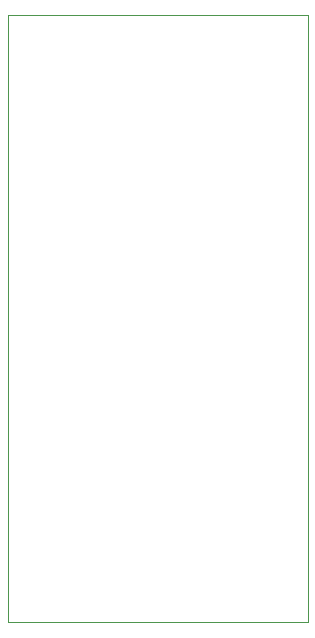
<source format=gbr>
G04 #@! TF.GenerationSoftware,KiCad,Pcbnew,(5.1.5)-3*
G04 #@! TF.CreationDate,2020-05-22T18:02:12+01:00*
G04 #@! TF.ProjectId,TSL2561,54534c32-3536-4312-9e6b-696361645f70,rev?*
G04 #@! TF.SameCoordinates,Original*
G04 #@! TF.FileFunction,Profile,NP*
%FSLAX46Y46*%
G04 Gerber Fmt 4.6, Leading zero omitted, Abs format (unit mm)*
G04 Created by KiCad (PCBNEW (5.1.5)-3) date 2020-05-22 18:02:12*
%MOMM*%
%LPD*%
G04 APERTURE LIST*
%ADD10C,0.050000*%
G04 APERTURE END LIST*
D10*
X160020000Y-125095000D02*
X160020000Y-73660000D01*
X134620000Y-73660000D02*
X134620000Y-99060000D01*
X160020000Y-73660000D02*
X134620000Y-73660000D01*
X134620000Y-125095000D02*
X160020000Y-125095000D01*
X134620000Y-99060000D02*
X134620000Y-125095000D01*
M02*

</source>
